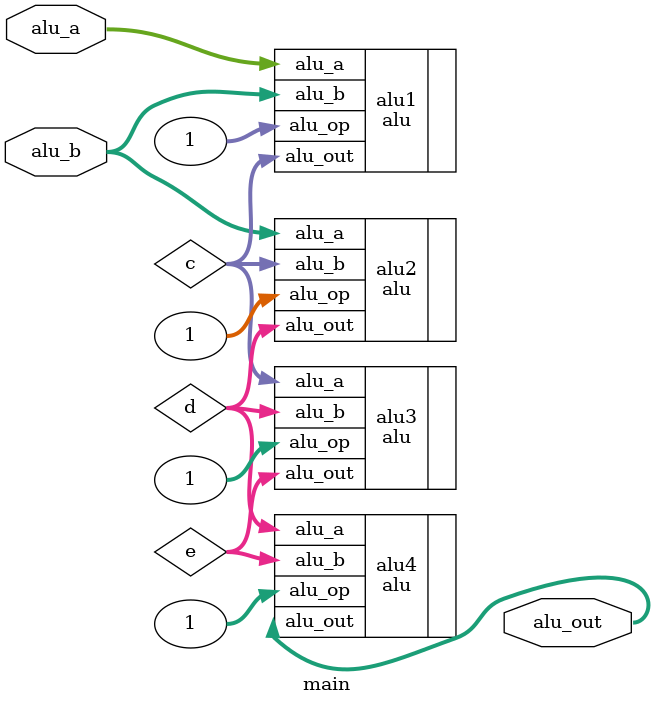
<source format=v>
`timescale 1ns / 1ps


module main(
input   [31:0] alu_a,
input   [31:0] alu_b,
output [31:0]alu_out
    );
   wire [31:0]c;
   wire [31:0]d;
   wire [31:0]e;
    alu alu1(
    .alu_a (alu_a),
    .alu_b (alu_b),
    .alu_op (1),
    .alu_out (c)
    );
    alu alu2(
        .alu_a (alu_b),
        .alu_b (c),
        .alu_op (1),
        .alu_out (d)
        );
        alu alu3(
            .alu_a (c),
            .alu_b (d),
            .alu_op (1),
            .alu_out (e)
            );
            alu alu4(
                .alu_a (d),
                .alu_b (e),
                .alu_op (1),
                .alu_out (alu_out)
                );
endmodule

</source>
